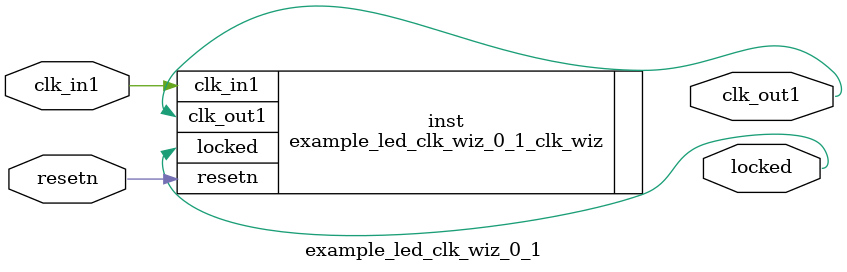
<source format=v>


`timescale 1ps/1ps

(* CORE_GENERATION_INFO = "example_led_clk_wiz_0_1,clk_wiz_v6_0_3_0_0,{component_name=example_led_clk_wiz_0_1,use_phase_alignment=true,use_min_o_jitter=false,use_max_i_jitter=false,use_dyn_phase_shift=false,use_inclk_switchover=false,use_dyn_reconfig=false,enable_axi=0,feedback_source=FDBK_AUTO,PRIMITIVE=MMCM,num_out_clk=1,clkin1_period=10.000,clkin2_period=10.000,use_power_down=false,use_reset=true,use_locked=true,use_inclk_stopped=false,feedback_type=SINGLE,CLOCK_MGR_TYPE=NA,manual_override=false}" *)

module example_led_clk_wiz_0_1 
 (
  // Clock out ports
  output        clk_out1,
  // Status and control signals
  input         resetn,
  output        locked,
 // Clock in ports
  input         clk_in1
 );

  example_led_clk_wiz_0_1_clk_wiz inst
  (
  // Clock out ports  
  .clk_out1(clk_out1),
  // Status and control signals               
  .resetn(resetn), 
  .locked(locked),
 // Clock in ports
  .clk_in1(clk_in1)
  );

endmodule

</source>
